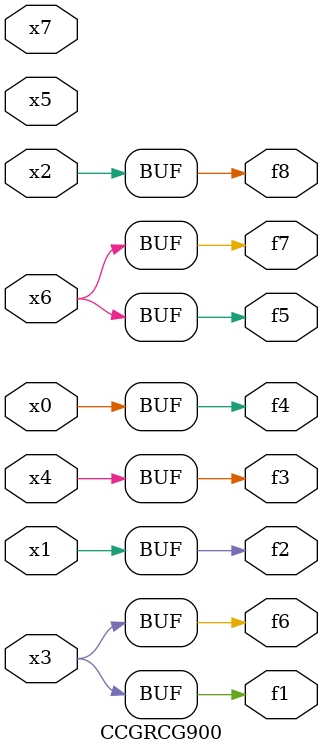
<source format=v>
module CCGRCG900(
	input x0, x1, x2, x3, x4, x5, x6, x7,
	output f1, f2, f3, f4, f5, f6, f7, f8
);
	assign f1 = x3;
	assign f2 = x1;
	assign f3 = x4;
	assign f4 = x0;
	assign f5 = x6;
	assign f6 = x3;
	assign f7 = x6;
	assign f8 = x2;
endmodule

</source>
